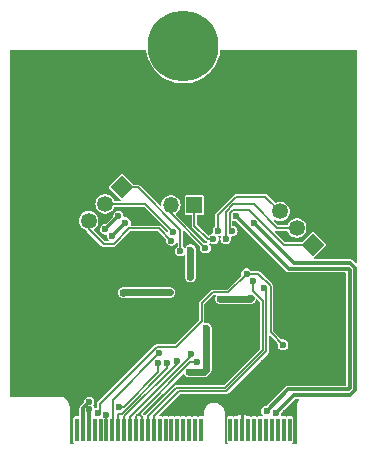
<source format=gbr>
%TF.GenerationSoftware,KiCad,Pcbnew,8.0.5*%
%TF.CreationDate,2024-10-28T11:27:33-07:00*%
%TF.ProjectId,card,63617264-2e6b-4696-9361-645f70636258,rev?*%
%TF.SameCoordinates,Original*%
%TF.FileFunction,Copper,L2,Bot*%
%TF.FilePolarity,Positive*%
%FSLAX46Y46*%
G04 Gerber Fmt 4.6, Leading zero omitted, Abs format (unit mm)*
G04 Created by KiCad (PCBNEW 8.0.5) date 2024-10-28 11:27:33*
%MOMM*%
%LPD*%
G01*
G04 APERTURE LIST*
G04 Aperture macros list*
%AMHorizOval*
0 Thick line with rounded ends*
0 $1 width*
0 $2 $3 position (X,Y) of the first rounded end (center of the circle)*
0 $4 $5 position (X,Y) of the second rounded end (center of the circle)*
0 Add line between two ends*
20,1,$1,$2,$3,$4,$5,0*
0 Add two circle primitives to create the rounded ends*
1,1,$1,$2,$3*
1,1,$1,$4,$5*%
%AMRotRect*
0 Rectangle, with rotation*
0 The origin of the aperture is its center*
0 $1 length*
0 $2 width*
0 $3 Rotation angle, in degrees counterclockwise*
0 Add horizontal line*
21,1,$1,$2,0,0,$3*%
G04 Aperture macros list end*
%TA.AperFunction,ComponentPad*%
%ADD10RotRect,1.350000X1.350000X225.000000*%
%TD*%
%TA.AperFunction,ComponentPad*%
%ADD11HorizOval,1.350000X0.000000X0.000000X0.000000X0.000000X0*%
%TD*%
%TA.AperFunction,ComponentPad*%
%ADD12R,1.350000X1.350000*%
%TD*%
%TA.AperFunction,ComponentPad*%
%ADD13O,1.350000X1.350000*%
%TD*%
%TA.AperFunction,SMDPad,CuDef*%
%ADD14R,0.350000X1.950000*%
%TD*%
%TA.AperFunction,ComponentPad*%
%ADD15C,6.000000*%
%TD*%
%TA.AperFunction,ComponentPad*%
%ADD16C,0.600000*%
%TD*%
%TA.AperFunction,ComponentPad*%
%ADD17RotRect,1.350000X1.350000X315.000000*%
%TD*%
%TA.AperFunction,ComponentPad*%
%ADD18HorizOval,1.350000X0.000000X0.000000X0.000000X0.000000X0*%
%TD*%
%TA.AperFunction,ViaPad*%
%ADD19C,0.600000*%
%TD*%
%TA.AperFunction,Conductor*%
%ADD20C,0.150000*%
%TD*%
%TA.AperFunction,Conductor*%
%ADD21C,0.300000*%
%TD*%
%TA.AperFunction,Conductor*%
%ADD22C,0.600000*%
%TD*%
G04 APERTURE END LIST*
D10*
%TO.P,J2,1,Pin_1*%
%TO.N,Net-(J2-Pin_1)*%
X111014214Y-115014214D03*
D11*
%TO.P,J2,2,Pin_2*%
%TO.N,Net-(J2-Pin_2)*%
X109600000Y-113600000D03*
%TO.P,J2,3,Pin_3*%
%TO.N,Net-(J2-Pin_3)*%
X108185787Y-112185787D03*
%TD*%
D12*
%TO.P,J3,1,Pin_1*%
%TO.N,Net-(J3-Pin_1)*%
X100950000Y-111650000D03*
D13*
%TO.P,J3,2,Pin_2*%
%TO.N,Net-(J3-Pin_2)*%
X98950000Y-111650000D03*
%TD*%
D14*
%TO.P,A1,2,3v3*%
%TO.N,Net-(A1-3v3-Pad2)*%
X109000000Y-130675000D03*
%TO.P,A1,4,3v3*%
X108500000Y-130675000D03*
%TO.P,A1,6*%
%TO.N,N/C*%
X108000000Y-130675000D03*
%TO.P,A1,8*%
X107500000Y-130675000D03*
%TO.P,A1,10*%
X107000000Y-130675000D03*
%TO.P,A1,12*%
X106500000Y-130675000D03*
%TO.P,A1,14*%
X106000000Y-130675000D03*
%TO.P,A1,16*%
X105500000Y-130675000D03*
%TO.P,A1,18,GND*%
%TO.N,GND*%
X105000000Y-130675000D03*
%TO.P,A1,20*%
%TO.N,N/C*%
X104500000Y-130675000D03*
%TO.P,A1,22*%
X104000000Y-130675000D03*
D15*
%TO.P,A1,24*%
X100000000Y-98200000D03*
D14*
%TO.P,A1,32*%
X101500000Y-130675000D03*
%TO.P,A1,34*%
X101000000Y-130675000D03*
%TO.P,A1,36*%
X100500000Y-130675000D03*
%TO.P,A1,38,TP85*%
%TO.N,unconnected-(A1-TP85-Pad38)*%
X100000000Y-130675000D03*
%TO.P,A1,40*%
%TO.N,N/C*%
X99500000Y-130675000D03*
%TO.P,A1,42*%
X99000000Y-130675000D03*
%TO.P,A1,44*%
X98500000Y-130675000D03*
%TO.P,A1,46,TP86*%
%TO.N,unconnected-(A1-TP86-Pad46)*%
X98000000Y-130675000D03*
%TO.P,A1,48,TP87*%
%TO.N,Net-(A1-TP87)*%
X97500000Y-130675000D03*
%TO.P,A1,50,TP88*%
%TO.N,Net-(A1-TP88)*%
X97000000Y-130675000D03*
%TO.P,A1,52,TP89*%
%TO.N,Net-(A1-TP89)*%
X96500000Y-130675000D03*
%TO.P,A1,54,XIO_B*%
X96000000Y-130675000D03*
%TO.P,A1,56,TP90*%
%TO.N,Net-(A1-TP90)*%
X95500000Y-130675000D03*
%TO.P,A1,58,TP91*%
%TO.N,Net-(A1-TP91)*%
X95000000Y-130675000D03*
%TO.P,A1,60,TP92*%
%TO.N,Net-(A1-TP92)*%
X94500000Y-130675000D03*
%TO.P,A1,62,UART_TX*%
%TO.N,Net-(A1-UART_TX)*%
X94000000Y-130675000D03*
%TO.P,A1,64,UART_RX*%
%TO.N,Net-(A1-UART_RX)*%
X93500000Y-130675000D03*
%TO.P,A1,66*%
%TO.N,N/C*%
X93000000Y-130675000D03*
%TO.P,A1,68,5v*%
%TO.N,+5V*%
X92500000Y-130675000D03*
%TO.P,A1,70,5v*%
X92000000Y-130675000D03*
%TO.P,A1,72,5v*%
X91500000Y-130675000D03*
%TO.P,A1,74*%
%TO.N,N/C*%
X91000000Y-130675000D03*
%TD*%
D16*
%TO.P,U1,61,GND*%
%TO.N,GND*%
X99625000Y-121275000D03*
X101000000Y-121275000D03*
X102375000Y-121275000D03*
X99625000Y-119900000D03*
X101000000Y-119900000D03*
X102375000Y-119900000D03*
X99625000Y-118525000D03*
X101000000Y-118525000D03*
X102375000Y-118525000D03*
%TD*%
D17*
%TO.P,J1,1,Pin_1*%
%TO.N,Net-(J1-Pin_1)*%
X94814214Y-110135786D03*
D18*
%TO.P,J1,2,Pin_2*%
%TO.N,Net-(J1-Pin_2)*%
X93400000Y-111550000D03*
%TO.P,J1,3,Pin_3*%
%TO.N,Net-(J1-Pin_3)*%
X91985787Y-112964213D03*
%TD*%
D19*
%TO.N,Net-(A1-TP89)*%
X101150000Y-124946232D03*
%TO.N,GND*%
X94450000Y-124600000D03*
X90000000Y-121100000D03*
X100259916Y-126522509D03*
X109325001Y-129275735D03*
X102100000Y-113800000D03*
X106450000Y-115750000D03*
X92150000Y-121900000D03*
X110000000Y-126600000D03*
X108200000Y-117650000D03*
X100600000Y-127950000D03*
X108712371Y-129251553D03*
X104700000Y-125050000D03*
X90672685Y-128619257D03*
X108500000Y-121950000D03*
X97400000Y-114150000D03*
X104700000Y-124200000D03*
X109340143Y-125926050D03*
X90675000Y-129275735D03*
X111300000Y-117650000D03*
X95400000Y-116700000D03*
X95873420Y-115068196D03*
X106800000Y-125050000D03*
%TO.N,Net-(A1-UART_TX)*%
X97960000Y-124190000D03*
%TO.N,Net-(A1-UART_RX)*%
X97880000Y-125030000D03*
X94583083Y-128723033D03*
X93500000Y-129388750D03*
%TO.N,Net-(A1-USB_DP)*%
X93400000Y-113700000D03*
X104450000Y-112550000D03*
X107050000Y-129100000D03*
X94500000Y-112600000D03*
%TO.N,Net-(A1-USB_DM)*%
X95100000Y-113150000D03*
X105950000Y-113150000D03*
X94000000Y-114250000D03*
X107850000Y-129249998D03*
%TO.N,+1V1*%
X100496232Y-125796232D03*
X98850000Y-119050000D03*
X105710156Y-119555000D03*
X100615000Y-117750500D03*
X100600000Y-115425000D03*
X101950000Y-122050000D03*
X94914500Y-119057770D03*
X95514500Y-119050000D03*
X103150000Y-119600000D03*
%TO.N,+5V*%
X92050000Y-128950000D03*
X92024997Y-128324997D03*
%TO.N,Net-(J2-Pin_2)*%
X103607287Y-114504191D03*
%TO.N,Net-(A1-TP92)*%
X98630000Y-125040000D03*
%TO.N,Net-(A1-TP88)*%
X105908551Y-118119305D03*
%TO.N,Net-(A1-XIO_A)*%
X108445157Y-123474999D03*
X105360000Y-117470000D03*
X92744168Y-129255346D03*
%TO.N,Net-(A1-TP87)*%
X106803705Y-118670117D03*
%TO.N,Net-(A1-TP91)*%
X99468063Y-124867083D03*
%TO.N,Net-(J3-Pin_2)*%
X101881662Y-115286092D03*
%TO.N,Net-(J2-Pin_1)*%
X104150000Y-113850000D03*
%TO.N,Net-(J2-Pin_3)*%
X102934475Y-113808422D03*
%TO.N,Net-(J1-Pin_1)*%
X99750000Y-115550000D03*
%TO.N,Net-(A1-TP90)*%
X100688159Y-124232645D03*
%TO.N,Net-(J1-Pin_2)*%
X99150000Y-113900000D03*
%TO.N,Net-(J3-Pin_1)*%
X102550000Y-114500000D03*
%TO.N,Net-(J1-Pin_3)*%
X99000000Y-114650000D03*
%TD*%
D20*
%TO.N,Net-(A1-TP89)*%
X96245000Y-129305000D02*
X100603768Y-124946232D01*
X96000000Y-129550000D02*
X96245000Y-129305000D01*
X96500000Y-129560000D02*
X96245000Y-129305000D01*
X96000000Y-130675000D02*
X96000000Y-129550000D01*
X100603768Y-124946232D02*
X101150000Y-124946232D01*
X96500000Y-130675000D02*
X96500000Y-129560000D01*
%TO.N,Net-(A1-UART_TX)*%
X94025000Y-130650000D02*
X94025000Y-128125000D01*
X94000000Y-130675000D02*
X94025000Y-130650000D01*
X94025000Y-128125000D02*
X97960000Y-124190000D01*
%TO.N,Net-(A1-UART_RX)*%
X97880000Y-125030000D02*
X97880000Y-125785736D01*
X94942703Y-128723033D02*
X94583083Y-128723033D01*
X97880000Y-125785736D02*
X94942703Y-128723033D01*
X93500000Y-130675000D02*
X93500000Y-129388750D01*
D21*
%TO.N,Net-(A1-USB_DP)*%
X114100000Y-127150000D02*
X114000000Y-127250000D01*
X108950000Y-117050000D02*
X114013604Y-117050000D01*
X114000000Y-127250000D02*
X108900000Y-127250000D01*
X104450000Y-112550000D02*
X108950000Y-117050000D01*
X93400000Y-113700000D02*
X94500000Y-112600000D01*
X114100000Y-117136396D02*
X114100000Y-127150000D01*
X114013604Y-117050000D02*
X114100000Y-117136396D01*
X108900000Y-127250000D02*
X107050000Y-129100000D01*
%TO.N,Net-(A1-USB_DM)*%
X114550000Y-127336396D02*
X114550000Y-116950000D01*
X114150000Y-116550000D02*
X114550000Y-116950000D01*
X107850000Y-129249998D02*
X109349998Y-127750000D01*
X114136396Y-127750000D02*
X114550000Y-127336396D01*
X109350000Y-116550000D02*
X114150000Y-116550000D01*
X105950000Y-113150000D02*
X109350000Y-116550000D01*
X109349998Y-127750000D02*
X114136396Y-127750000D01*
X94000000Y-114250000D02*
X95100000Y-113150000D01*
D22*
%TO.N,+1V1*%
X100615000Y-115730443D02*
X100615000Y-117750500D01*
X98850000Y-119050000D02*
X94922270Y-119050000D01*
X100600000Y-115425000D02*
X100615000Y-115730443D01*
X105665156Y-119600000D02*
X105710156Y-119555000D01*
X94922270Y-119050000D02*
X94914500Y-119057770D01*
X101950000Y-122050000D02*
X101950000Y-125585378D01*
X103150000Y-119600000D02*
X105665156Y-119600000D01*
X101950000Y-125585378D02*
X101739146Y-125796232D01*
X101739146Y-125796232D02*
X100496232Y-125796232D01*
D21*
%TO.N,+5V*%
X92024997Y-128324997D02*
X91500000Y-128849994D01*
X92000000Y-130675000D02*
X92000000Y-129000000D01*
X92000000Y-129000000D02*
X92050000Y-128950000D01*
X91500000Y-128849994D02*
X91500000Y-130675000D01*
D20*
%TO.N,Net-(J2-Pin_2)*%
X107950000Y-113600000D02*
X109600000Y-113600000D01*
X105950000Y-111600000D02*
X107950000Y-113600000D01*
X103607287Y-114504191D02*
X103607287Y-112225986D01*
X103607287Y-112225986D02*
X104233273Y-111600000D01*
X104233273Y-111600000D02*
X105950000Y-111600000D01*
%TO.N,Net-(A1-TP92)*%
X94530000Y-129310000D02*
X94780000Y-129310000D01*
X94500000Y-130675000D02*
X94500000Y-129340000D01*
X94500000Y-129340000D02*
X94530000Y-129310000D01*
X98630000Y-125460000D02*
X98630000Y-125040000D01*
X94780000Y-129310000D02*
X98630000Y-125460000D01*
%TO.N,Net-(A1-TP88)*%
X99425000Y-127125000D02*
X103508884Y-127125000D01*
X105908551Y-118930000D02*
X105908551Y-118119305D01*
X106737664Y-119759113D02*
X105908551Y-118930000D01*
X97000000Y-130675000D02*
X97000000Y-129550000D01*
X106737664Y-123896220D02*
X106737664Y-119759113D01*
X97000000Y-129550000D02*
X99425000Y-127125000D01*
X103508884Y-127125000D02*
X106737664Y-123896220D01*
%TO.N,Net-(A1-XIO_A)*%
X102482537Y-119050000D02*
X101550000Y-119982537D01*
X97750000Y-123650000D02*
X92925000Y-128475000D01*
X99367463Y-123650000D02*
X97750000Y-123650000D01*
X106346051Y-117470000D02*
X107400000Y-118523949D01*
X92925000Y-129074514D02*
X92744168Y-129255346D01*
X101550000Y-121467463D02*
X99367463Y-123650000D01*
X92925000Y-128475000D02*
X92925000Y-129074514D01*
X107400000Y-118523949D02*
X107400000Y-122429842D01*
X107400000Y-122429842D02*
X108445157Y-123474999D01*
X105360000Y-117470000D02*
X106346051Y-117470000D01*
X103780000Y-119050000D02*
X102482537Y-119050000D01*
X105360000Y-117470000D02*
X103780000Y-119050000D01*
X101550000Y-119982537D02*
X101550000Y-121467463D01*
%TO.N,Net-(A1-TP87)*%
X97500000Y-129550000D02*
X99625000Y-127425000D01*
X99625000Y-127425000D02*
X103633148Y-127425000D01*
X107037664Y-124020484D02*
X107037664Y-118904076D01*
X107037664Y-118904076D02*
X106803705Y-118670117D01*
X103633148Y-127425000D02*
X107037664Y-124020484D01*
X97500000Y-130675000D02*
X97500000Y-129550000D01*
%TO.N,Net-(A1-TP91)*%
X95000000Y-130675000D02*
X95000000Y-129550000D01*
X99468063Y-125081937D02*
X99468063Y-124867083D01*
X95000000Y-129550000D02*
X99468063Y-125081937D01*
%TO.N,Net-(J3-Pin_2)*%
X98950000Y-112354430D02*
X98950000Y-111650000D01*
X101881662Y-115286092D02*
X98950000Y-112354430D01*
%TO.N,Net-(J2-Pin_1)*%
X104150000Y-113850000D02*
X103925000Y-113625000D01*
X105575000Y-112025000D02*
X108564214Y-115014214D01*
X108564214Y-115014214D02*
X111014214Y-115014214D01*
X104232537Y-112025000D02*
X105575000Y-112025000D01*
X103925000Y-112332537D02*
X104232537Y-112025000D01*
X103925000Y-113625000D02*
X103925000Y-112332537D01*
%TO.N,Net-(J2-Pin_3)*%
X104459009Y-110950000D02*
X106950000Y-110950000D01*
X102934475Y-112474534D02*
X104459009Y-110950000D01*
X106950000Y-110950000D02*
X108185787Y-112185787D01*
X102934475Y-113808422D02*
X102934475Y-112474534D01*
%TO.N,Net-(J1-Pin_1)*%
X96128249Y-110135786D02*
X94814214Y-110135786D01*
X99750000Y-113757537D02*
X96128249Y-110135786D01*
X99750000Y-115550000D02*
X99750000Y-113757537D01*
%TO.N,Net-(A1-TP90)*%
X95500000Y-129625736D02*
X100688159Y-124437577D01*
X100688159Y-124437577D02*
X100688159Y-124232645D01*
X95500000Y-130675000D02*
X95500000Y-129625736D01*
%TO.N,Net-(J1-Pin_2)*%
X99150000Y-113900000D02*
X96800000Y-111550000D01*
X96800000Y-111550000D02*
X93400000Y-111550000D01*
%TO.N,Net-(J3-Pin_1)*%
X102057537Y-114500000D02*
X100950000Y-113392463D01*
X100950000Y-113392463D02*
X100950000Y-111650000D01*
X102550000Y-114500000D02*
X102057537Y-114500000D01*
%TO.N,Net-(J1-Pin_3)*%
X95425000Y-113625000D02*
X94100000Y-114950000D01*
X93250000Y-114950000D02*
X91985787Y-113685787D01*
X99000000Y-114650000D02*
X97975000Y-113625000D01*
X91985787Y-113685787D02*
X91985787Y-112964213D01*
X94100000Y-114950000D02*
X93250000Y-114950000D01*
X97975000Y-113625000D02*
X95425000Y-113625000D01*
%TD*%
%TA.AperFunction,Conductor*%
%TO.N,GND*%
G36*
X96845245Y-98522174D02*
G01*
X96865873Y-98562105D01*
X96923648Y-98902152D01*
X97021611Y-99242189D01*
X97021612Y-99242191D01*
X97157017Y-99569090D01*
X97157031Y-99569117D01*
X97328185Y-99878796D01*
X97328192Y-99878808D01*
X97532959Y-100167400D01*
X97768750Y-100431250D01*
X98032600Y-100667041D01*
X98321192Y-100871808D01*
X98321196Y-100871810D01*
X98321203Y-100871814D01*
X98630882Y-101042968D01*
X98630909Y-101042982D01*
X98957808Y-101178387D01*
X98957810Y-101178388D01*
X98957813Y-101178389D01*
X98957816Y-101178390D01*
X99297843Y-101276350D01*
X99297846Y-101276350D01*
X99297848Y-101276351D01*
X99297846Y-101276351D01*
X99479466Y-101307208D01*
X99646700Y-101335623D01*
X100000000Y-101355464D01*
X100353300Y-101335623D01*
X100634141Y-101287906D01*
X100702152Y-101276351D01*
X100702153Y-101276350D01*
X100702157Y-101276350D01*
X101042184Y-101178390D01*
X101079219Y-101163049D01*
X101369090Y-101042982D01*
X101369097Y-101042978D01*
X101369105Y-101042975D01*
X101678808Y-100871808D01*
X101967400Y-100667041D01*
X102231250Y-100431250D01*
X102467041Y-100167400D01*
X102671808Y-99878808D01*
X102842975Y-99569105D01*
X102842978Y-99569097D01*
X102842982Y-99569090D01*
X102978387Y-99242191D01*
X102978388Y-99242189D01*
X102978388Y-99242188D01*
X102978390Y-99242184D01*
X103076350Y-98902157D01*
X103134127Y-98562105D01*
X103164259Y-98514149D01*
X103207081Y-98500500D01*
X114625500Y-98500500D01*
X114677826Y-98522174D01*
X114699500Y-98574500D01*
X114699500Y-116495877D01*
X114677826Y-116548203D01*
X114625500Y-116569877D01*
X114573174Y-116548203D01*
X114334511Y-116309540D01*
X114265990Y-116269979D01*
X114265985Y-116269977D01*
X114189564Y-116249500D01*
X114189562Y-116249500D01*
X111108965Y-116249500D01*
X111056639Y-116227826D01*
X111034965Y-116175500D01*
X111056639Y-116123174D01*
X111067853Y-116113971D01*
X111072935Y-116110575D01*
X111072936Y-116110575D01*
X111110154Y-116085707D01*
X112085707Y-115110154D01*
X112110575Y-115072936D01*
X112122256Y-115014214D01*
X112121834Y-115012095D01*
X112118867Y-114997176D01*
X112110575Y-114955492D01*
X112085707Y-114918274D01*
X111110154Y-113942721D01*
X111105402Y-113939546D01*
X111085898Y-113926514D01*
X111072936Y-113917853D01*
X111014214Y-113906172D01*
X110955492Y-113917853D01*
X110918274Y-113942720D01*
X110918273Y-113942722D01*
X110093955Y-114767040D01*
X110041629Y-114788714D01*
X108688271Y-114788714D01*
X108635945Y-114767040D01*
X107808451Y-113939546D01*
X107786777Y-113887220D01*
X107808451Y-113834894D01*
X107860777Y-113813220D01*
X107889094Y-113818852D01*
X107905145Y-113825501D01*
X107905146Y-113825501D01*
X108003467Y-113825501D01*
X108003475Y-113825500D01*
X108751524Y-113825500D01*
X108803850Y-113847174D01*
X108821900Y-113876630D01*
X108841400Y-113936644D01*
X108841714Y-113937611D01*
X108841716Y-113937615D01*
X108928475Y-114087885D01*
X108928478Y-114087890D01*
X109044592Y-114216847D01*
X109184969Y-114318838D01*
X109184976Y-114318842D01*
X109343501Y-114389422D01*
X109513236Y-114425500D01*
X109513237Y-114425500D01*
X109686763Y-114425500D01*
X109686764Y-114425500D01*
X109856499Y-114389422D01*
X110015024Y-114318842D01*
X110040270Y-114300500D01*
X110139580Y-114228346D01*
X110155410Y-114216845D01*
X110271522Y-114087889D01*
X110358286Y-113937611D01*
X110411908Y-113772576D01*
X110430047Y-113600000D01*
X110411908Y-113427424D01*
X110402835Y-113399499D01*
X110358288Y-113262394D01*
X110358283Y-113262384D01*
X110271524Y-113112114D01*
X110271521Y-113112109D01*
X110155407Y-112983152D01*
X110015030Y-112881161D01*
X110015023Y-112881157D01*
X109856500Y-112810578D01*
X109856498Y-112810577D01*
X109722841Y-112782168D01*
X109686764Y-112774500D01*
X109513236Y-112774500D01*
X109483483Y-112780824D01*
X109343501Y-112810577D01*
X109343499Y-112810578D01*
X109184978Y-112881156D01*
X109184973Y-112881159D01*
X109044592Y-112983152D01*
X108928478Y-113112109D01*
X108928475Y-113112114D01*
X108841716Y-113262384D01*
X108841714Y-113262388D01*
X108841714Y-113262389D01*
X108821901Y-113323367D01*
X108785120Y-113366434D01*
X108751524Y-113374500D01*
X108074057Y-113374500D01*
X108021731Y-113352826D01*
X107697574Y-113028669D01*
X107675900Y-112976343D01*
X107697574Y-112924017D01*
X107749900Y-112902343D01*
X107779998Y-112908740D01*
X107929288Y-112975209D01*
X108099023Y-113011287D01*
X108099024Y-113011287D01*
X108272550Y-113011287D01*
X108272551Y-113011287D01*
X108442286Y-112975209D01*
X108600811Y-112904629D01*
X108601764Y-112903937D01*
X108730262Y-112810577D01*
X108741197Y-112802632D01*
X108857309Y-112673676D01*
X108944073Y-112523398D01*
X108997695Y-112358363D01*
X109015834Y-112185787D01*
X108997695Y-112013211D01*
X108960023Y-111897265D01*
X108944075Y-111848181D01*
X108944070Y-111848171D01*
X108857311Y-111697901D01*
X108857308Y-111697896D01*
X108741194Y-111568939D01*
X108600817Y-111466948D01*
X108600810Y-111466944D01*
X108442287Y-111396365D01*
X108442285Y-111396364D01*
X108308628Y-111367955D01*
X108272551Y-111360287D01*
X108099023Y-111360287D01*
X108069270Y-111366611D01*
X107929288Y-111396364D01*
X107929282Y-111396366D01*
X107827663Y-111441610D01*
X107771046Y-111443093D01*
X107745239Y-111426334D01*
X107151578Y-110832673D01*
X107151578Y-110832672D01*
X107077738Y-110758832D01*
X107077736Y-110758830D01*
X107077732Y-110758828D01*
X107053458Y-110748773D01*
X107053458Y-110748772D01*
X106994855Y-110724499D01*
X106905145Y-110724499D01*
X106896533Y-110724499D01*
X106896525Y-110724500D01*
X104512484Y-110724500D01*
X104512476Y-110724499D01*
X104503864Y-110724499D01*
X104414155Y-110724499D01*
X104365603Y-110744608D01*
X104365604Y-110744609D01*
X104331276Y-110758828D01*
X104331274Y-110758829D01*
X102743306Y-112346797D01*
X102743304Y-112346798D01*
X102740348Y-112353937D01*
X102708974Y-112429679D01*
X102708974Y-112528000D01*
X102708975Y-112528009D01*
X102708975Y-113377422D01*
X102687301Y-113429748D01*
X102674984Y-113439674D01*
X102636428Y-113464453D01*
X102636425Y-113464456D01*
X102551594Y-113562357D01*
X102497777Y-113680198D01*
X102479342Y-113808422D01*
X102495075Y-113917853D01*
X102497778Y-113936648D01*
X102506262Y-113955225D01*
X102508281Y-114011826D01*
X102469687Y-114053278D01*
X102459796Y-114056967D01*
X102360931Y-114085995D01*
X102251954Y-114156031D01*
X102251946Y-114156037D01*
X102202110Y-114213551D01*
X102151463Y-114238903D01*
X102097725Y-114221016D01*
X102093859Y-114217417D01*
X101197174Y-113320732D01*
X101175500Y-113268406D01*
X101175500Y-112549500D01*
X101197174Y-112497174D01*
X101249500Y-112475500D01*
X101639819Y-112475500D01*
X101639820Y-112475500D01*
X101683722Y-112466767D01*
X101733504Y-112433504D01*
X101766767Y-112383722D01*
X101775500Y-112339820D01*
X101775500Y-110960180D01*
X101766767Y-110916278D01*
X101733504Y-110866496D01*
X101683722Y-110833233D01*
X101639820Y-110824500D01*
X100260180Y-110824500D01*
X100238229Y-110828866D01*
X100216277Y-110833233D01*
X100166496Y-110866495D01*
X100166495Y-110866496D01*
X100133233Y-110916277D01*
X100133233Y-110916278D01*
X100124500Y-110960180D01*
X100124500Y-112339820D01*
X100133233Y-112383722D01*
X100158659Y-112421776D01*
X100166496Y-112433504D01*
X100216278Y-112466767D01*
X100260180Y-112475500D01*
X100650500Y-112475500D01*
X100702826Y-112497174D01*
X100724500Y-112549500D01*
X100724500Y-113341636D01*
X100724499Y-113341650D01*
X100724499Y-113437318D01*
X100735740Y-113464456D01*
X100758829Y-113520197D01*
X100758831Y-113520200D01*
X100832671Y-113594040D01*
X100832673Y-113594041D01*
X101862146Y-114623514D01*
X101862149Y-114623518D01*
X101866367Y-114627736D01*
X101929801Y-114691170D01*
X101934761Y-114693224D01*
X101974811Y-114733272D01*
X101974812Y-114789909D01*
X101934764Y-114829959D01*
X101906444Y-114835592D01*
X101816885Y-114835592D01*
X101807355Y-114838390D01*
X101751043Y-114832331D01*
X101734187Y-114819712D01*
X99378965Y-112464490D01*
X99357291Y-112412164D01*
X99378965Y-112359838D01*
X99387780Y-112352308D01*
X99505410Y-112266845D01*
X99621522Y-112137889D01*
X99708286Y-111987611D01*
X99761908Y-111822576D01*
X99780047Y-111650000D01*
X99761908Y-111477424D01*
X99728467Y-111374500D01*
X99708288Y-111312394D01*
X99708283Y-111312384D01*
X99621524Y-111162114D01*
X99621521Y-111162109D01*
X99505407Y-111033152D01*
X99365030Y-110931161D01*
X99365023Y-110931157D01*
X99206500Y-110860578D01*
X99206498Y-110860577D01*
X99068078Y-110831156D01*
X99036764Y-110824500D01*
X98863236Y-110824500D01*
X98833483Y-110830824D01*
X98693501Y-110860577D01*
X98693499Y-110860578D01*
X98534978Y-110931156D01*
X98534973Y-110931159D01*
X98394592Y-111033152D01*
X98278478Y-111162109D01*
X98278475Y-111162114D01*
X98191716Y-111312384D01*
X98191711Y-111312394D01*
X98138093Y-111477417D01*
X98138092Y-111477422D01*
X98138092Y-111477424D01*
X98131556Y-111539602D01*
X98121087Y-111639207D01*
X98094061Y-111688980D01*
X98039756Y-111705066D01*
X97995166Y-111683797D01*
X96329827Y-110018459D01*
X96329827Y-110018458D01*
X96255987Y-109944618D01*
X96255985Y-109944616D01*
X96231709Y-109934560D01*
X96231707Y-109934559D01*
X96231707Y-109934558D01*
X96173104Y-109910285D01*
X96083394Y-109910285D01*
X96074782Y-109910285D01*
X96074774Y-109910286D01*
X95786799Y-109910286D01*
X95734473Y-109888612D01*
X94910153Y-109064292D01*
X94897803Y-109056040D01*
X94872936Y-109039425D01*
X94814214Y-109027744D01*
X94755492Y-109039425D01*
X94718274Y-109064292D01*
X94718273Y-109064294D01*
X93742722Y-110039845D01*
X93742720Y-110039846D01*
X93717853Y-110077064D01*
X93706172Y-110135786D01*
X93717853Y-110194508D01*
X93734468Y-110219375D01*
X93742720Y-110231725D01*
X94709169Y-111198174D01*
X94730843Y-111250500D01*
X94709169Y-111302826D01*
X94656843Y-111324500D01*
X94248476Y-111324500D01*
X94196150Y-111302826D01*
X94178099Y-111273369D01*
X94158286Y-111212389D01*
X94071522Y-111062111D01*
X94071521Y-111062109D01*
X93955407Y-110933152D01*
X93815030Y-110831161D01*
X93815023Y-110831157D01*
X93656500Y-110760578D01*
X93656498Y-110760577D01*
X93522841Y-110732168D01*
X93486764Y-110724500D01*
X93313236Y-110724500D01*
X93283483Y-110730824D01*
X93143501Y-110760577D01*
X93143499Y-110760578D01*
X92984978Y-110831156D01*
X92984973Y-110831159D01*
X92844592Y-110933152D01*
X92728478Y-111062109D01*
X92728475Y-111062114D01*
X92641716Y-111212384D01*
X92641711Y-111212394D01*
X92588093Y-111377418D01*
X92588092Y-111377422D01*
X92588092Y-111377424D01*
X92569953Y-111550000D01*
X92585498Y-111697901D01*
X92588093Y-111722581D01*
X92641711Y-111887605D01*
X92641716Y-111887615D01*
X92728475Y-112037885D01*
X92728478Y-112037890D01*
X92844592Y-112166847D01*
X92984969Y-112268838D01*
X92984976Y-112268842D01*
X93143501Y-112339422D01*
X93313236Y-112375500D01*
X93313237Y-112375500D01*
X93486763Y-112375500D01*
X93486764Y-112375500D01*
X93656499Y-112339422D01*
X93815024Y-112268842D01*
X93840270Y-112250500D01*
X93955407Y-112166847D01*
X93955406Y-112166847D01*
X93955410Y-112166845D01*
X94071522Y-112037889D01*
X94158286Y-111887611D01*
X94178098Y-111826632D01*
X94214880Y-111783566D01*
X94248476Y-111775500D01*
X96675943Y-111775500D01*
X96728269Y-111797174D01*
X98685798Y-113754703D01*
X98707472Y-113807029D01*
X98706719Y-113817560D01*
X98700071Y-113863798D01*
X98671171Y-113912507D01*
X98616293Y-113926514D01*
X98574498Y-113905593D01*
X98176578Y-113507673D01*
X98176578Y-113507672D01*
X98102737Y-113433831D01*
X98102733Y-113433828D01*
X98067406Y-113419196D01*
X98019855Y-113399499D01*
X97930145Y-113399499D01*
X97921533Y-113399499D01*
X97921525Y-113399500D01*
X95596459Y-113399500D01*
X95544133Y-113377826D01*
X95522459Y-113325500D01*
X95529145Y-113294761D01*
X95536697Y-113278226D01*
X95555133Y-113150000D01*
X95536697Y-113021774D01*
X95482882Y-112903937D01*
X95398049Y-112806033D01*
X95331032Y-112762964D01*
X95289068Y-112735995D01*
X95164772Y-112699500D01*
X95035228Y-112699500D01*
X95029936Y-112699500D01*
X95029936Y-112697572D01*
X94981795Y-112685278D01*
X94952901Y-112636566D01*
X94952901Y-112615517D01*
X94955133Y-112600000D01*
X94936697Y-112471774D01*
X94882882Y-112353937D01*
X94798049Y-112256033D01*
X94731032Y-112212964D01*
X94689068Y-112185995D01*
X94564772Y-112149500D01*
X94435228Y-112149500D01*
X94310931Y-112185995D01*
X94201954Y-112256031D01*
X94201950Y-112256034D01*
X94117119Y-112353935D01*
X94117118Y-112353936D01*
X94117118Y-112353937D01*
X94098816Y-112394013D01*
X94063302Y-112471776D01*
X94044114Y-112605238D01*
X94042585Y-112605018D01*
X94023193Y-112651835D01*
X93447203Y-113227826D01*
X93394877Y-113249500D01*
X93335228Y-113249500D01*
X93210931Y-113285995D01*
X93101954Y-113356031D01*
X93101950Y-113356034D01*
X93017119Y-113453935D01*
X93017118Y-113453936D01*
X93017118Y-113453937D01*
X93012315Y-113464455D01*
X92963302Y-113571776D01*
X92944867Y-113700000D01*
X92963302Y-113828223D01*
X92963302Y-113828224D01*
X92963303Y-113828226D01*
X93017118Y-113946063D01*
X93101951Y-114043967D01*
X93183016Y-114096064D01*
X93210931Y-114114004D01*
X93335228Y-114150500D01*
X93470065Y-114150500D01*
X93470065Y-114152434D01*
X93518184Y-114164706D01*
X93547095Y-114213409D01*
X93547097Y-114234484D01*
X93546462Y-114238903D01*
X93544867Y-114250000D01*
X93548390Y-114274500D01*
X93563302Y-114378223D01*
X93563302Y-114378224D01*
X93563303Y-114378226D01*
X93617118Y-114496063D01*
X93701951Y-114593967D01*
X93701954Y-114593969D01*
X93702651Y-114594573D01*
X93702889Y-114595048D01*
X93705417Y-114597966D01*
X93704672Y-114598611D01*
X93728004Y-114645218D01*
X93710120Y-114698958D01*
X93659475Y-114724311D01*
X93654193Y-114724500D01*
X93374057Y-114724500D01*
X93321731Y-114702826D01*
X92404823Y-113785918D01*
X92383149Y-113733592D01*
X92404823Y-113681266D01*
X92413653Y-113673725D01*
X92509710Y-113603935D01*
X92541197Y-113581058D01*
X92657309Y-113452102D01*
X92744073Y-113301824D01*
X92797695Y-113136789D01*
X92815834Y-112964213D01*
X92797695Y-112791637D01*
X92769761Y-112705663D01*
X92744075Y-112626607D01*
X92744070Y-112626597D01*
X92737669Y-112615511D01*
X92687150Y-112528009D01*
X92657311Y-112476327D01*
X92657308Y-112476322D01*
X92548286Y-112355241D01*
X92541197Y-112347368D01*
X92541196Y-112347367D01*
X92541194Y-112347365D01*
X92400817Y-112245374D01*
X92400810Y-112245370D01*
X92242287Y-112174791D01*
X92242285Y-112174790D01*
X92108628Y-112146381D01*
X92072551Y-112138713D01*
X91899023Y-112138713D01*
X91869270Y-112145037D01*
X91729288Y-112174790D01*
X91729286Y-112174791D01*
X91570765Y-112245369D01*
X91570760Y-112245372D01*
X91430379Y-112347365D01*
X91314265Y-112476322D01*
X91314262Y-112476327D01*
X91227503Y-112626597D01*
X91227498Y-112626607D01*
X91173880Y-112791631D01*
X91173879Y-112791635D01*
X91173879Y-112791637D01*
X91155740Y-112964213D01*
X91171285Y-113112114D01*
X91173880Y-113136794D01*
X91227498Y-113301818D01*
X91227503Y-113301828D01*
X91314262Y-113452098D01*
X91314265Y-113452103D01*
X91375580Y-113520200D01*
X91422019Y-113571776D01*
X91430379Y-113581060D01*
X91570756Y-113683051D01*
X91570763Y-113683055D01*
X91729288Y-113753635D01*
X91729289Y-113753635D01*
X91729291Y-113753636D01*
X91735638Y-113754985D01*
X91782315Y-113787064D01*
X91788620Y-113799047D01*
X91791927Y-113807029D01*
X91794617Y-113813523D01*
X91858051Y-113876957D01*
X91868458Y-113887364D01*
X91868460Y-113887365D01*
X93054609Y-115073514D01*
X93054612Y-115073518D01*
X93058830Y-115077736D01*
X93122264Y-115141170D01*
X93205145Y-115175500D01*
X94046525Y-115175500D01*
X94046533Y-115175501D01*
X94055145Y-115175501D01*
X94144854Y-115175501D01*
X94144855Y-115175501D01*
X94203460Y-115151225D01*
X94227736Y-115141170D01*
X94291170Y-115077736D01*
X94291170Y-115077735D01*
X94301575Y-115067330D01*
X94301576Y-115067327D01*
X95496731Y-113872174D01*
X95549057Y-113850500D01*
X97850943Y-113850500D01*
X97903269Y-113872174D01*
X98535798Y-114504703D01*
X98557472Y-114557029D01*
X98556719Y-114567559D01*
X98544867Y-114649999D01*
X98544867Y-114650000D01*
X98548587Y-114675875D01*
X98563302Y-114778223D01*
X98563302Y-114778224D01*
X98563303Y-114778226D01*
X98617118Y-114896063D01*
X98701951Y-114993967D01*
X98810931Y-115064004D01*
X98935228Y-115100500D01*
X99064772Y-115100500D01*
X99189069Y-115064004D01*
X99298049Y-114993967D01*
X99382882Y-114896063D01*
X99383187Y-114895393D01*
X99383497Y-114895104D01*
X99385740Y-114891615D01*
X99386631Y-114892187D01*
X99424640Y-114856801D01*
X99481241Y-114858822D01*
X99519834Y-114900275D01*
X99524500Y-114926135D01*
X99524500Y-115119000D01*
X99502826Y-115171326D01*
X99490509Y-115181252D01*
X99451953Y-115206031D01*
X99451950Y-115206034D01*
X99367119Y-115303935D01*
X99313302Y-115421776D01*
X99294867Y-115550000D01*
X99313302Y-115678223D01*
X99313302Y-115678224D01*
X99313303Y-115678226D01*
X99367118Y-115796063D01*
X99451951Y-115893967D01*
X99560931Y-115964004D01*
X99685228Y-116000500D01*
X99814772Y-116000500D01*
X99939069Y-115964004D01*
X100048049Y-115893967D01*
X100048049Y-115893966D01*
X100050493Y-115892396D01*
X100106230Y-115882340D01*
X100152753Y-115914642D01*
X100164500Y-115954649D01*
X100164500Y-117712982D01*
X100163747Y-117723512D01*
X100159867Y-117750499D01*
X100163747Y-117777485D01*
X100164500Y-117788016D01*
X100164500Y-117809809D01*
X100171762Y-117836913D01*
X100173530Y-117845532D01*
X100178302Y-117878724D01*
X100178304Y-117878729D01*
X100187019Y-117897813D01*
X100191184Y-117909397D01*
X100195201Y-117924386D01*
X100212358Y-117954103D01*
X100215584Y-117960361D01*
X100232117Y-117996562D01*
X100241738Y-118007665D01*
X100249898Y-118019124D01*
X100254510Y-118027112D01*
X100283190Y-118055792D01*
X100286790Y-118059659D01*
X100316951Y-118094467D01*
X100324010Y-118099003D01*
X100336327Y-118108929D01*
X100338387Y-118110989D01*
X100352791Y-118119305D01*
X100378903Y-118134381D01*
X100381910Y-118136214D01*
X100425928Y-118164502D01*
X100425931Y-118164504D01*
X100427908Y-118165084D01*
X100436498Y-118168763D01*
X100436632Y-118168442D01*
X100441110Y-118170296D01*
X100441114Y-118170299D01*
X100492423Y-118184047D01*
X100493992Y-118184487D01*
X100538386Y-118197522D01*
X100550227Y-118201000D01*
X100550228Y-118201000D01*
X100679773Y-118201000D01*
X100691062Y-118197684D01*
X100736020Y-118184483D01*
X100737581Y-118184045D01*
X100788886Y-118170299D01*
X100788893Y-118170294D01*
X100793370Y-118168441D01*
X100793503Y-118168764D01*
X100802086Y-118165085D01*
X100804069Y-118164504D01*
X100848131Y-118136186D01*
X100851034Y-118134416D01*
X100891613Y-118110989D01*
X100893663Y-118108937D01*
X100905993Y-118099001D01*
X100913049Y-118094467D01*
X100943221Y-118059644D01*
X100946796Y-118055804D01*
X100975489Y-118027113D01*
X100980101Y-118019124D01*
X100988261Y-118007665D01*
X100997882Y-117996563D01*
X101014419Y-117960349D01*
X101017639Y-117954106D01*
X101017641Y-117954103D01*
X101034799Y-117924386D01*
X101038815Y-117909399D01*
X101042981Y-117897810D01*
X101051697Y-117878726D01*
X101056469Y-117845526D01*
X101058237Y-117836913D01*
X101065500Y-117809809D01*
X101065500Y-117788016D01*
X101066253Y-117777485D01*
X101066562Y-117775338D01*
X101070133Y-117750500D01*
X101066253Y-117723512D01*
X101065500Y-117712982D01*
X101065500Y-115786443D01*
X101067168Y-115770818D01*
X101067867Y-115767584D01*
X101065589Y-115721196D01*
X101065500Y-115717566D01*
X101065500Y-115671137D01*
X101065500Y-115671134D01*
X101064642Y-115667934D01*
X101062210Y-115652414D01*
X101061112Y-115630060D01*
X101052433Y-115453313D01*
X101053098Y-115439155D01*
X101055133Y-115425004D01*
X101055133Y-115425003D01*
X101053597Y-115414318D01*
X101049412Y-115385218D01*
X101048751Y-115378336D01*
X101047049Y-115343665D01*
X101042418Y-115329253D01*
X101039626Y-115317153D01*
X101037726Y-115303937D01*
X101036697Y-115296774D01*
X101022606Y-115265920D01*
X101019466Y-115257814D01*
X101013651Y-115239715D01*
X101010765Y-115230732D01*
X100999166Y-115212742D01*
X100994047Y-115203383D01*
X100982883Y-115178938D01*
X100972018Y-115166400D01*
X100964768Y-115158033D01*
X100958509Y-115149685D01*
X100946487Y-115131038D01*
X100925983Y-115112454D01*
X100919762Y-115106093D01*
X100898049Y-115081033D01*
X100886350Y-115073514D01*
X100880061Y-115069472D01*
X100870377Y-115062052D01*
X100858600Y-115051378D01*
X100858597Y-115051376D01*
X100828421Y-115035875D01*
X100822227Y-115032305D01*
X100794076Y-115014214D01*
X100789069Y-115010996D01*
X100789068Y-115010995D01*
X100789067Y-115010995D01*
X100774593Y-115006744D01*
X100761642Y-115001571D01*
X100753084Y-114997176D01*
X100753081Y-114997175D01*
X100713798Y-114988689D01*
X100708578Y-114987361D01*
X100664773Y-114974500D01*
X100664772Y-114974500D01*
X100656001Y-114974500D01*
X100640378Y-114972832D01*
X100637139Y-114972132D01*
X100590752Y-114974411D01*
X100587122Y-114974500D01*
X100535225Y-114974500D01*
X100532866Y-114975193D01*
X100523390Y-114976794D01*
X100523443Y-114977081D01*
X100518671Y-114977949D01*
X100518665Y-114977951D01*
X100468491Y-114994070D01*
X100466727Y-114994612D01*
X100410932Y-115010995D01*
X100410927Y-115010997D01*
X100410306Y-115011397D01*
X100409050Y-115012095D01*
X100356926Y-115045702D01*
X100356835Y-115045760D01*
X100301952Y-115081032D01*
X100301950Y-115081033D01*
X100263337Y-115125595D01*
X100262243Y-115126830D01*
X100226377Y-115166402D01*
X100226375Y-115166405D01*
X100223618Y-115170389D01*
X100223291Y-115170163D01*
X100218223Y-115177661D01*
X100217121Y-115178932D01*
X100217115Y-115178942D01*
X100198494Y-115219715D01*
X100157041Y-115258308D01*
X100100440Y-115256285D01*
X100075256Y-115237432D01*
X100048052Y-115206036D01*
X100048050Y-115206034D01*
X100048049Y-115206033D01*
X100043926Y-115203383D01*
X100009491Y-115181252D01*
X99977191Y-115134728D01*
X99975500Y-115119000D01*
X99975500Y-113877487D01*
X99997174Y-113825161D01*
X100049500Y-113803487D01*
X100101826Y-113825161D01*
X101417460Y-115140795D01*
X101439134Y-115193121D01*
X101438381Y-115203651D01*
X101426529Y-115286091D01*
X101444964Y-115414315D01*
X101444964Y-115414316D01*
X101444965Y-115414318D01*
X101498780Y-115532155D01*
X101583613Y-115630059D01*
X101692593Y-115700096D01*
X101816890Y-115736592D01*
X101946434Y-115736592D01*
X102070731Y-115700096D01*
X102179711Y-115630059D01*
X102264544Y-115532155D01*
X102318359Y-115414318D01*
X102336795Y-115286092D01*
X102318359Y-115157866D01*
X102264544Y-115040029D01*
X102264542Y-115040027D01*
X102264542Y-115040026D01*
X102264541Y-115040024D01*
X102234032Y-115004815D01*
X102216147Y-114951077D01*
X102241499Y-114900430D01*
X102295237Y-114882545D01*
X102329962Y-114894101D01*
X102360931Y-114914004D01*
X102485228Y-114950500D01*
X102614772Y-114950500D01*
X102739069Y-114914004D01*
X102848049Y-114843967D01*
X102932882Y-114746063D01*
X102986697Y-114628226D01*
X103005095Y-114500261D01*
X103005155Y-114500160D01*
X103005132Y-114500003D01*
X103005133Y-114500000D01*
X102986697Y-114371774D01*
X102978212Y-114353196D01*
X102976192Y-114296596D01*
X103014786Y-114255144D01*
X103024665Y-114251458D01*
X103103381Y-114228346D01*
X103159692Y-114234401D01*
X103195230Y-114278501D01*
X103191540Y-114330089D01*
X103170589Y-114375965D01*
X103152191Y-114503929D01*
X103152130Y-114504030D01*
X103170589Y-114632414D01*
X103170589Y-114632415D01*
X103170590Y-114632417D01*
X103224405Y-114750254D01*
X103309238Y-114848158D01*
X103418218Y-114918195D01*
X103542515Y-114954691D01*
X103672059Y-114954691D01*
X103796356Y-114918195D01*
X103905336Y-114848158D01*
X103990169Y-114750254D01*
X104043984Y-114632417D01*
X104062420Y-114504191D01*
X104045919Y-114389421D01*
X104045288Y-114385031D01*
X104059295Y-114330153D01*
X104108004Y-114301253D01*
X104118535Y-114300500D01*
X104214772Y-114300500D01*
X104339069Y-114264004D01*
X104448049Y-114193967D01*
X104532882Y-114096063D01*
X104586697Y-113978226D01*
X104605133Y-113850000D01*
X104586697Y-113721774D01*
X104532882Y-113603937D01*
X104448049Y-113506033D01*
X104364132Y-113452103D01*
X104339068Y-113435995D01*
X104214765Y-113399498D01*
X104213965Y-113399383D01*
X104213564Y-113399145D01*
X104209694Y-113398009D01*
X104209984Y-113397020D01*
X104165258Y-113370481D01*
X104150500Y-113326137D01*
X104150500Y-113028555D01*
X104172174Y-112976229D01*
X104224500Y-112954555D01*
X104255301Y-112963599D01*
X104256120Y-112961807D01*
X104260928Y-112964003D01*
X104260930Y-112964003D01*
X104260931Y-112964004D01*
X104385228Y-113000500D01*
X104444877Y-113000500D01*
X104497203Y-113022174D01*
X108709540Y-117234511D01*
X108765489Y-117290460D01*
X108834011Y-117330021D01*
X108834012Y-117330021D01*
X108834014Y-117330022D01*
X108872224Y-117340260D01*
X108910435Y-117350499D01*
X108910436Y-117350500D01*
X108910438Y-117350500D01*
X108989562Y-117350500D01*
X113725500Y-117350500D01*
X113777826Y-117372174D01*
X113799500Y-117424500D01*
X113799500Y-126875500D01*
X113777826Y-126927826D01*
X113725500Y-126949500D01*
X108860436Y-126949500D01*
X108784014Y-126969977D01*
X108784009Y-126969979D01*
X108736752Y-126997264D01*
X108715488Y-127009540D01*
X107097203Y-128627826D01*
X107044877Y-128649500D01*
X106985228Y-128649500D01*
X106860931Y-128685995D01*
X106751954Y-128756031D01*
X106751950Y-128756034D01*
X106667119Y-128853935D01*
X106613302Y-128971776D01*
X106594867Y-129100000D01*
X106613302Y-129228223D01*
X106613302Y-129228224D01*
X106613303Y-129228226D01*
X106662105Y-129335087D01*
X106667119Y-129346065D01*
X106667121Y-129346067D01*
X106737284Y-129427040D01*
X106755170Y-129480779D01*
X106729819Y-129531425D01*
X106681359Y-129549500D01*
X106310180Y-129549500D01*
X106300503Y-129551425D01*
X106264437Y-129558599D01*
X106235563Y-129558599D01*
X106199497Y-129551425D01*
X106189820Y-129549500D01*
X105810180Y-129549500D01*
X105800503Y-129551425D01*
X105764437Y-129558599D01*
X105735563Y-129558599D01*
X105699497Y-129551425D01*
X105689820Y-129549500D01*
X105479417Y-129549500D01*
X105427091Y-129527826D01*
X105347478Y-129448213D01*
X105244875Y-129402910D01*
X105244876Y-129402910D01*
X105219789Y-129400000D01*
X105150000Y-129400000D01*
X105150000Y-130751000D01*
X105128326Y-130803326D01*
X105076000Y-130825000D01*
X104924000Y-130825000D01*
X104871674Y-130803326D01*
X104850000Y-130751000D01*
X104850000Y-129400000D01*
X104780207Y-129400000D01*
X104755131Y-129402908D01*
X104755125Y-129402910D01*
X104652521Y-129448213D01*
X104572909Y-129527826D01*
X104520583Y-129549500D01*
X104310180Y-129549500D01*
X104300503Y-129551425D01*
X104264437Y-129558599D01*
X104235563Y-129558599D01*
X104199497Y-129551425D01*
X104189820Y-129549500D01*
X103810180Y-129549500D01*
X103800503Y-129551425D01*
X103766277Y-129558233D01*
X103716496Y-129591495D01*
X103716495Y-129591496D01*
X103683233Y-129641277D01*
X103674500Y-129685180D01*
X103674500Y-131664819D01*
X103683233Y-131708722D01*
X103716495Y-131758503D01*
X103716496Y-131758504D01*
X103724678Y-131763971D01*
X103756144Y-131811063D01*
X103745095Y-131866612D01*
X103698003Y-131898078D01*
X103683566Y-131899500D01*
X103599500Y-131899500D01*
X103547174Y-131877826D01*
X103525500Y-131825500D01*
X103525500Y-129211310D01*
X103490895Y-129037339D01*
X103490894Y-129037338D01*
X103490894Y-129037334D01*
X103468113Y-128982334D01*
X103423014Y-128873455D01*
X103409972Y-128853937D01*
X103324464Y-128725965D01*
X103199035Y-128600536D01*
X103154921Y-128571060D01*
X103051544Y-128501985D01*
X102887670Y-128434107D01*
X102887660Y-128434104D01*
X102771156Y-128410930D01*
X102713691Y-128399500D01*
X102536309Y-128399500D01*
X102486989Y-128409310D01*
X102362339Y-128434104D01*
X102362329Y-128434107D01*
X102198455Y-128501985D01*
X102050968Y-128600533D01*
X101925533Y-128725968D01*
X101826985Y-128873455D01*
X101759107Y-129037329D01*
X101759104Y-129037339D01*
X101724500Y-129211310D01*
X101724500Y-129475500D01*
X101702826Y-129527826D01*
X101650500Y-129549500D01*
X101310180Y-129549500D01*
X101300503Y-129551425D01*
X101264437Y-129558599D01*
X101235563Y-129558599D01*
X101199497Y-129551425D01*
X101189820Y-129549500D01*
X100810180Y-129549500D01*
X100800503Y-129551425D01*
X100764437Y-129558599D01*
X100735563Y-129558599D01*
X100699497Y-129551425D01*
X100689820Y-129549500D01*
X100310180Y-129549500D01*
X100300503Y-129551425D01*
X100264437Y-129558599D01*
X100235563Y-129558599D01*
X100199497Y-129551425D01*
X100189820Y-129549500D01*
X99810180Y-129549500D01*
X99800503Y-129551425D01*
X99764437Y-129558599D01*
X99735563Y-129558599D01*
X99699497Y-129551425D01*
X99689820Y-129549500D01*
X99310180Y-129549500D01*
X99300503Y-129551425D01*
X99264437Y-129558599D01*
X99235563Y-129558599D01*
X99199497Y-129551425D01*
X99189820Y-129549500D01*
X98810180Y-129549500D01*
X98800503Y-129551425D01*
X98764437Y-129558599D01*
X98735563Y-129558599D01*
X98699497Y-129551425D01*
X98689820Y-129549500D01*
X98310180Y-129549500D01*
X98300503Y-129551425D01*
X98264437Y-129558599D01*
X98235563Y-129558599D01*
X98199497Y-129551425D01*
X98189820Y-129549500D01*
X98189819Y-129549500D01*
X97998057Y-129549500D01*
X97945731Y-129527826D01*
X97924057Y-129475500D01*
X97945731Y-129423174D01*
X99696731Y-127672174D01*
X99749057Y-127650500D01*
X103579673Y-127650500D01*
X103579681Y-127650501D01*
X103588293Y-127650501D01*
X103678002Y-127650501D01*
X103678003Y-127650501D01*
X103736608Y-127626225D01*
X103760884Y-127616170D01*
X103824318Y-127552736D01*
X103824318Y-127552735D01*
X103834723Y-127542330D01*
X103834725Y-127542327D01*
X107154991Y-124222061D01*
X107154994Y-124222059D01*
X107165399Y-124211654D01*
X107165400Y-124211654D01*
X107228834Y-124148220D01*
X107246977Y-124104419D01*
X107263165Y-124065338D01*
X107263165Y-123975629D01*
X107263165Y-123969671D01*
X107263164Y-123969657D01*
X107263164Y-122790563D01*
X107284838Y-122738237D01*
X107337164Y-122716563D01*
X107389490Y-122738237D01*
X107980955Y-123329702D01*
X108002629Y-123382028D01*
X108001876Y-123392558D01*
X107990024Y-123474998D01*
X108008459Y-123603222D01*
X108008459Y-123603223D01*
X108008460Y-123603225D01*
X108062275Y-123721062D01*
X108147108Y-123818966D01*
X108256088Y-123889003D01*
X108380385Y-123925499D01*
X108509929Y-123925499D01*
X108634226Y-123889003D01*
X108743206Y-123818966D01*
X108828039Y-123721062D01*
X108881854Y-123603225D01*
X108900290Y-123474999D01*
X108881854Y-123346773D01*
X108828039Y-123228936D01*
X108743206Y-123131032D01*
X108676189Y-123087963D01*
X108634225Y-123060994D01*
X108509929Y-123024499D01*
X108380385Y-123024499D01*
X108380380Y-123024499D01*
X108370850Y-123027297D01*
X108314538Y-123021238D01*
X108297682Y-123008619D01*
X107647174Y-122358111D01*
X107625500Y-122305785D01*
X107625500Y-118577424D01*
X107625501Y-118577415D01*
X107625501Y-118479093D01*
X107591170Y-118396214D01*
X107591169Y-118396212D01*
X107523521Y-118328564D01*
X107523514Y-118328558D01*
X106547629Y-117352673D01*
X106547629Y-117352672D01*
X106473789Y-117278832D01*
X106473787Y-117278830D01*
X106449511Y-117268774D01*
X106449509Y-117268773D01*
X106449509Y-117268772D01*
X106390906Y-117244499D01*
X106301196Y-117244499D01*
X106292584Y-117244499D01*
X106292576Y-117244500D01*
X105794495Y-117244500D01*
X105742169Y-117222826D01*
X105738569Y-117218959D01*
X105658052Y-117126036D01*
X105658050Y-117126035D01*
X105658049Y-117126033D01*
X105591032Y-117082964D01*
X105549068Y-117055995D01*
X105424772Y-117019500D01*
X105295228Y-117019500D01*
X105170931Y-117055995D01*
X105061954Y-117126031D01*
X105061950Y-117126034D01*
X104977119Y-117223935D01*
X104923302Y-117341776D01*
X104904867Y-117469999D01*
X104916719Y-117552437D01*
X104902712Y-117607315D01*
X104895798Y-117615294D01*
X103708269Y-118802826D01*
X103655943Y-118824500D01*
X102437682Y-118824500D01*
X102354803Y-118858828D01*
X102354800Y-118858831D01*
X101358830Y-119854800D01*
X101354308Y-119865718D01*
X101324499Y-119937681D01*
X101324499Y-120036003D01*
X101324500Y-120036012D01*
X101324500Y-121343405D01*
X101302826Y-121395731D01*
X99295732Y-123402826D01*
X99243406Y-123424500D01*
X97705145Y-123424500D01*
X97622266Y-123458828D01*
X92733829Y-128347265D01*
X92733827Y-128347268D01*
X92726666Y-128364558D01*
X92726666Y-128364559D01*
X92699499Y-128430145D01*
X92699499Y-128528466D01*
X92699500Y-128528475D01*
X92699500Y-128743546D01*
X92677826Y-128795872D01*
X92646348Y-128814549D01*
X92564187Y-128838673D01*
X92507874Y-128832618D01*
X92476028Y-128798413D01*
X92432882Y-128703937D01*
X92404801Y-128671529D01*
X92386916Y-128617790D01*
X92404804Y-128574608D01*
X92407879Y-128571060D01*
X92461694Y-128453223D01*
X92480130Y-128324997D01*
X92461694Y-128196771D01*
X92407879Y-128078934D01*
X92323046Y-127981030D01*
X92249600Y-127933829D01*
X92214065Y-127910992D01*
X92089769Y-127874497D01*
X91960225Y-127874497D01*
X91835928Y-127910992D01*
X91726951Y-127981028D01*
X91726947Y-127981031D01*
X91642116Y-128078932D01*
X91588299Y-128196773D01*
X91569111Y-128330235D01*
X91567582Y-128330015D01*
X91548190Y-128376832D01*
X91315489Y-128609534D01*
X91259540Y-128665482D01*
X91219979Y-128734003D01*
X91219977Y-128734008D01*
X91199500Y-128810429D01*
X91199500Y-129475500D01*
X91177826Y-129527826D01*
X91125500Y-129549500D01*
X90810180Y-129549500D01*
X90800503Y-129551425D01*
X90766277Y-129558233D01*
X90716496Y-129591495D01*
X90716495Y-129591496D01*
X90683233Y-129641277D01*
X90674500Y-129685180D01*
X90674500Y-131664819D01*
X90683233Y-131708722D01*
X90716495Y-131758503D01*
X90716496Y-131758504D01*
X90724678Y-131763971D01*
X90756144Y-131811063D01*
X90745095Y-131866612D01*
X90698003Y-131898078D01*
X90683566Y-131899500D01*
X90449500Y-131899500D01*
X90397174Y-131877826D01*
X90375500Y-131825500D01*
X90375500Y-128621159D01*
X90367857Y-128582737D01*
X90344737Y-128466503D01*
X90310775Y-128384511D01*
X90284396Y-128320825D01*
X90284395Y-128320823D01*
X90284394Y-128320821D01*
X90196789Y-128189711D01*
X90085289Y-128078211D01*
X89954179Y-127990606D01*
X89954175Y-127990604D01*
X89954173Y-127990603D01*
X89954174Y-127990603D01*
X89808501Y-127930264D01*
X89808491Y-127930261D01*
X89704925Y-127909661D01*
X89653842Y-127899500D01*
X89653840Y-127899500D01*
X85374500Y-127899500D01*
X85322174Y-127877826D01*
X85300500Y-127825500D01*
X85300500Y-119057769D01*
X94459367Y-119057769D01*
X94463248Y-119084762D01*
X94464001Y-119095293D01*
X94464001Y-119117079D01*
X94469353Y-119137055D01*
X94471261Y-119144176D01*
X94473028Y-119152794D01*
X94477802Y-119185991D01*
X94477803Y-119185996D01*
X94486520Y-119205085D01*
X94490684Y-119216667D01*
X94494701Y-119231657D01*
X94494703Y-119231662D01*
X94511862Y-119261383D01*
X94515088Y-119267640D01*
X94531616Y-119303831D01*
X94541239Y-119314937D01*
X94549395Y-119326391D01*
X94554006Y-119334377D01*
X94554009Y-119334381D01*
X94554011Y-119334384D01*
X94569127Y-119349500D01*
X94582697Y-119363070D01*
X94586296Y-119366936D01*
X94609716Y-119393965D01*
X94616451Y-119401737D01*
X94623504Y-119406269D01*
X94635823Y-119416196D01*
X94637886Y-119418259D01*
X94678420Y-119441661D01*
X94681419Y-119443489D01*
X94725431Y-119471774D01*
X94727400Y-119472352D01*
X94735996Y-119476033D01*
X94736130Y-119475712D01*
X94740608Y-119477566D01*
X94740613Y-119477569D01*
X94791860Y-119491300D01*
X94793500Y-119491760D01*
X94849728Y-119508270D01*
X94979272Y-119508270D01*
X94995528Y-119503497D01*
X95016376Y-119500500D01*
X98914773Y-119500500D01*
X98926062Y-119497184D01*
X98971020Y-119483983D01*
X98972581Y-119483545D01*
X99023886Y-119469799D01*
X99023893Y-119469794D01*
X99028370Y-119467941D01*
X99028503Y-119468264D01*
X99037086Y-119464585D01*
X99039069Y-119464004D01*
X99083131Y-119435686D01*
X99086034Y-119433916D01*
X99126613Y-119410489D01*
X99128663Y-119408437D01*
X99140993Y-119398501D01*
X99148049Y-119393967D01*
X99178221Y-119359144D01*
X99181796Y-119355304D01*
X99210489Y-119326613D01*
X99215098Y-119318627D01*
X99223259Y-119307167D01*
X99232882Y-119296063D01*
X99249419Y-119259849D01*
X99252639Y-119253606D01*
X99265312Y-119231657D01*
X99269799Y-119223886D01*
X99271900Y-119216043D01*
X99273815Y-119208899D01*
X99277981Y-119197310D01*
X99283148Y-119185996D01*
X99286697Y-119178226D01*
X99291469Y-119145026D01*
X99293235Y-119136416D01*
X99300500Y-119109309D01*
X99300500Y-119087516D01*
X99301253Y-119076985D01*
X99305133Y-119050000D01*
X99301253Y-119023012D01*
X99300500Y-119012482D01*
X99300500Y-118990691D01*
X99296256Y-118974855D01*
X99293233Y-118963573D01*
X99291468Y-118954964D01*
X99286697Y-118921775D01*
X99286695Y-118921770D01*
X99277980Y-118902686D01*
X99273815Y-118891103D01*
X99269799Y-118876114D01*
X99252632Y-118846382D01*
X99249412Y-118840134D01*
X99247796Y-118836595D01*
X99232882Y-118803937D01*
X99223259Y-118792832D01*
X99215097Y-118781369D01*
X99210491Y-118773390D01*
X99210487Y-118773385D01*
X99181808Y-118744706D01*
X99178208Y-118740839D01*
X99148052Y-118706036D01*
X99148050Y-118706034D01*
X99148049Y-118706033D01*
X99140984Y-118701493D01*
X99128674Y-118691572D01*
X99126613Y-118689511D01*
X99126610Y-118689509D01*
X99126609Y-118689508D01*
X99086086Y-118666112D01*
X99083079Y-118664279D01*
X99039066Y-118635994D01*
X99039063Y-118635993D01*
X99037075Y-118635409D01*
X99028501Y-118631739D01*
X99028370Y-118632058D01*
X99023888Y-118630202D01*
X99023886Y-118630201D01*
X99003004Y-118624605D01*
X98972670Y-118616477D01*
X98970977Y-118616002D01*
X98914772Y-118599500D01*
X98909309Y-118599500D01*
X94862961Y-118599500D01*
X94862959Y-118599500D01*
X94748387Y-118630199D01*
X94748382Y-118630201D01*
X94724889Y-118643766D01*
X94645654Y-118689511D01*
X94645654Y-118689512D01*
X94635819Y-118699346D01*
X94623512Y-118709264D01*
X94616452Y-118713802D01*
X94586296Y-118748603D01*
X94582699Y-118752466D01*
X94554008Y-118781158D01*
X94549395Y-118789148D01*
X94541241Y-118800600D01*
X94531617Y-118811707D01*
X94531616Y-118811710D01*
X94515090Y-118847895D01*
X94511866Y-118854150D01*
X94494698Y-118883887D01*
X94490683Y-118898871D01*
X94486521Y-118910450D01*
X94477802Y-118929543D01*
X94473027Y-118962749D01*
X94471260Y-118971363D01*
X94464001Y-118998456D01*
X94464001Y-119020245D01*
X94463248Y-119030775D01*
X94459367Y-119057769D01*
X85300500Y-119057769D01*
X85300500Y-98574500D01*
X85322174Y-98522174D01*
X85374500Y-98500500D01*
X96792919Y-98500500D01*
X96845245Y-98522174D01*
G37*
%TD.AperFunction*%
%TA.AperFunction,Conductor*%
G36*
X109816096Y-128072174D02*
G01*
X109837770Y-128124500D01*
X109816096Y-128176826D01*
X109803212Y-128189710D01*
X109803210Y-128189711D01*
X109715603Y-128320825D01*
X109655264Y-128466498D01*
X109655261Y-128466508D01*
X109624500Y-128621159D01*
X109624500Y-131825500D01*
X109602826Y-131877826D01*
X109550500Y-131899500D01*
X109316434Y-131899500D01*
X109264108Y-131877826D01*
X109242434Y-131825500D01*
X109264108Y-131773174D01*
X109275322Y-131763971D01*
X109275401Y-131763917D01*
X109283504Y-131758504D01*
X109316767Y-131708722D01*
X109325500Y-131664820D01*
X109325500Y-129685180D01*
X109316767Y-129641278D01*
X109283504Y-129591496D01*
X109249499Y-129568775D01*
X109233722Y-129558233D01*
X109189820Y-129549500D01*
X108810180Y-129549500D01*
X108800503Y-129551425D01*
X108764437Y-129558599D01*
X108735563Y-129558599D01*
X108699497Y-129551425D01*
X108689820Y-129549500D01*
X108323624Y-129549500D01*
X108271298Y-129527826D01*
X108249624Y-129475500D01*
X108256311Y-129444759D01*
X108259341Y-129438125D01*
X108286697Y-129378224D01*
X108305133Y-129249998D01*
X108305132Y-129249997D01*
X108305886Y-129244759D01*
X108307414Y-129244978D01*
X108326807Y-129198161D01*
X109452795Y-128072174D01*
X109505121Y-128050500D01*
X109763770Y-128050500D01*
X109816096Y-128072174D01*
G37*
%TD.AperFunction*%
%TA.AperFunction,Conductor*%
G36*
X102740118Y-119297174D02*
G01*
X102761792Y-119349500D01*
X102755104Y-119380241D01*
X102750585Y-119390136D01*
X102747359Y-119396395D01*
X102730200Y-119426114D01*
X102730200Y-119426115D01*
X102726182Y-119441105D01*
X102722021Y-119452680D01*
X102713302Y-119471773D01*
X102708530Y-119504966D01*
X102706762Y-119513584D01*
X102699500Y-119540688D01*
X102699500Y-119562482D01*
X102698747Y-119573012D01*
X102694867Y-119599999D01*
X102698747Y-119626985D01*
X102699500Y-119637516D01*
X102699500Y-119659309D01*
X102706762Y-119686413D01*
X102708530Y-119695032D01*
X102713302Y-119728224D01*
X102713304Y-119728229D01*
X102722019Y-119747313D01*
X102726184Y-119758897D01*
X102730201Y-119773886D01*
X102747358Y-119803603D01*
X102750584Y-119809861D01*
X102767117Y-119846062D01*
X102776738Y-119857165D01*
X102784898Y-119868624D01*
X102789510Y-119876612D01*
X102818190Y-119905292D01*
X102821790Y-119909159D01*
X102851951Y-119943967D01*
X102859010Y-119948503D01*
X102871327Y-119958429D01*
X102873387Y-119960489D01*
X102907596Y-119980240D01*
X102913903Y-119983881D01*
X102916910Y-119985714D01*
X102960931Y-120014004D01*
X102962908Y-120014584D01*
X102971498Y-120018263D01*
X102971632Y-120017942D01*
X102976110Y-120019796D01*
X102976114Y-120019799D01*
X103027423Y-120033547D01*
X103028992Y-120033987D01*
X103073386Y-120047022D01*
X103085227Y-120050500D01*
X103085228Y-120050500D01*
X105724465Y-120050500D01*
X105814829Y-120026286D01*
X105814830Y-120026286D01*
X105825506Y-120023425D01*
X105839043Y-120019799D01*
X105941770Y-119960489D01*
X105988837Y-119913421D01*
X106001150Y-119903500D01*
X106008205Y-119898967D01*
X106038353Y-119864172D01*
X106041954Y-119860305D01*
X106049741Y-119852518D01*
X106070646Y-119831614D01*
X106075260Y-119823620D01*
X106083425Y-119812156D01*
X106088190Y-119806658D01*
X106093038Y-119801063D01*
X106109577Y-119764843D01*
X106112776Y-119758638D01*
X106129955Y-119728886D01*
X106133970Y-119713897D01*
X106138131Y-119702321D01*
X106146853Y-119683226D01*
X106150454Y-119658178D01*
X106179353Y-119609468D01*
X106234230Y-119595460D01*
X106276027Y-119616381D01*
X106490490Y-119830844D01*
X106512164Y-119883170D01*
X106512164Y-123772162D01*
X106490490Y-123824488D01*
X103437153Y-126877826D01*
X103384827Y-126899500D01*
X99478475Y-126899500D01*
X99478467Y-126899499D01*
X99469855Y-126899499D01*
X99380145Y-126899499D01*
X99321539Y-126923774D01*
X99321537Y-126923775D01*
X99321536Y-126923774D01*
X99297263Y-126933830D01*
X96872264Y-129358830D01*
X96808826Y-129422268D01*
X96807787Y-129423824D01*
X96806232Y-129424862D01*
X96803677Y-129427418D01*
X96803168Y-129426909D01*
X96760692Y-129455285D01*
X96705144Y-129444229D01*
X96693937Y-129435031D01*
X96616231Y-129357325D01*
X96594557Y-129304999D01*
X96616231Y-129252673D01*
X98257037Y-127611867D01*
X99948090Y-125920813D01*
X100000415Y-125899140D01*
X100052741Y-125920814D01*
X100067726Y-125942395D01*
X100068249Y-125943540D01*
X100072416Y-125955129D01*
X100076433Y-125970118D01*
X100093590Y-125999835D01*
X100096816Y-126006093D01*
X100113349Y-126042294D01*
X100122970Y-126053397D01*
X100131130Y-126064856D01*
X100135742Y-126072844D01*
X100164422Y-126101524D01*
X100168022Y-126105391D01*
X100198183Y-126140199D01*
X100205242Y-126144735D01*
X100217559Y-126154661D01*
X100219619Y-126156721D01*
X100219621Y-126156722D01*
X100260135Y-126180113D01*
X100263142Y-126181946D01*
X100307163Y-126210236D01*
X100309140Y-126210816D01*
X100317730Y-126214495D01*
X100317864Y-126214174D01*
X100322342Y-126216028D01*
X100322346Y-126216031D01*
X100373655Y-126229779D01*
X100375224Y-126230219D01*
X100419618Y-126243254D01*
X100431459Y-126246732D01*
X100431460Y-126246732D01*
X101798455Y-126246732D01*
X101888819Y-126222518D01*
X101888820Y-126222518D01*
X101899496Y-126219657D01*
X101913033Y-126216031D01*
X102015760Y-126156721D01*
X102310490Y-125861992D01*
X102369799Y-125759264D01*
X102375785Y-125736923D01*
X102400500Y-125644687D01*
X102400500Y-122087516D01*
X102401253Y-122076985D01*
X102405133Y-122050000D01*
X102401253Y-122023012D01*
X102400500Y-122012482D01*
X102400500Y-121990691D01*
X102393233Y-121963573D01*
X102391468Y-121954964D01*
X102386697Y-121921775D01*
X102386695Y-121921770D01*
X102377980Y-121902686D01*
X102373815Y-121891103D01*
X102369799Y-121876114D01*
X102352632Y-121846382D01*
X102349412Y-121840134D01*
X102332882Y-121803937D01*
X102323259Y-121792832D01*
X102315097Y-121781369D01*
X102310491Y-121773390D01*
X102310487Y-121773385D01*
X102281808Y-121744706D01*
X102278208Y-121740839D01*
X102248052Y-121706036D01*
X102248050Y-121706034D01*
X102248049Y-121706033D01*
X102240984Y-121701493D01*
X102228674Y-121691572D01*
X102226613Y-121689511D01*
X102226610Y-121689509D01*
X102226609Y-121689508D01*
X102186086Y-121666112D01*
X102183079Y-121664279D01*
X102139066Y-121635994D01*
X102139063Y-121635993D01*
X102137075Y-121635409D01*
X102128501Y-121631739D01*
X102128370Y-121632058D01*
X102123888Y-121630202D01*
X102123886Y-121630201D01*
X102103004Y-121624605D01*
X102072670Y-121616477D01*
X102070977Y-121616002D01*
X102014772Y-121599500D01*
X101885228Y-121599500D01*
X101878649Y-121601431D01*
X101867543Y-121604692D01*
X101811230Y-121598634D01*
X101775694Y-121554533D01*
X101774121Y-121519247D01*
X101775500Y-121512316D01*
X101775500Y-120106594D01*
X101797174Y-120054268D01*
X102554269Y-119297174D01*
X102606595Y-119275500D01*
X102687792Y-119275500D01*
X102740118Y-119297174D01*
G37*
%TD.AperFunction*%
%TD*%
M02*

</source>
